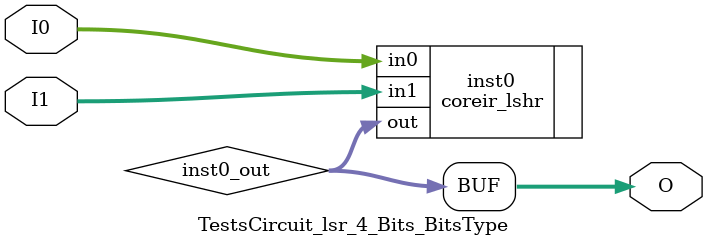
<source format=v>
module TestsCircuit_lsr_4_Bits_BitsType (input [3:0] I0, input [3:0] I1, output [3:0] O);
wire [3:0] inst0_out;
coreir_lshr inst0 (.in0(I0), .in1(I1), .out(inst0_out));
assign O = inst0_out;
endmodule


</source>
